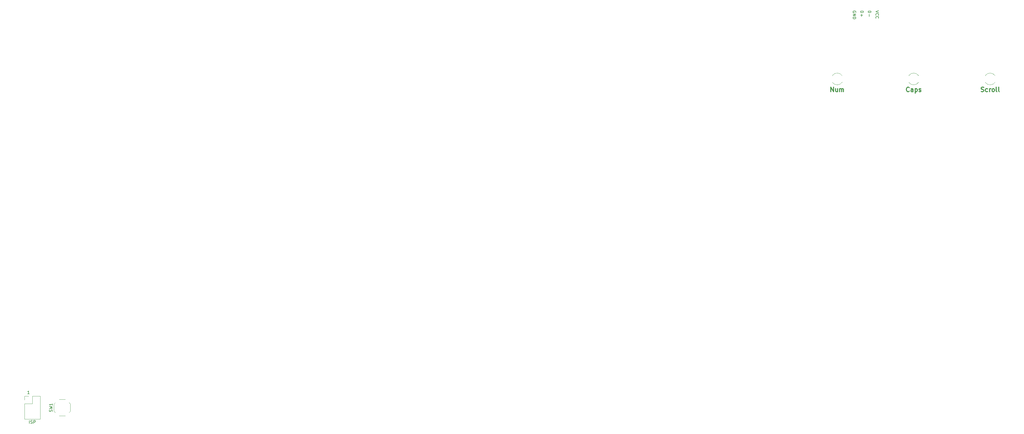
<source format=gbr>
G04 #@! TF.GenerationSoftware,KiCad,Pcbnew,5.1.6*
G04 #@! TF.CreationDate,2020-10-03T15:38:36+02:00*
G04 #@! TF.ProjectId,gh80-3003,67683830-2d33-4303-9033-2e6b69636164,rev?*
G04 #@! TF.SameCoordinates,Original*
G04 #@! TF.FileFunction,Legend,Top*
G04 #@! TF.FilePolarity,Positive*
%FSLAX46Y46*%
G04 Gerber Fmt 4.6, Leading zero omitted, Abs format (unit mm)*
G04 Created by KiCad (PCBNEW 5.1.6) date 2020-10-03 15:38:36*
%MOMM*%
%LPD*%
G01*
G04 APERTURE LIST*
%ADD10C,0.300000*%
%ADD11C,0.150000*%
%ADD12C,0.120000*%
%ADD13C,1.803800*%
%ADD14C,4.089800*%
%ADD15C,2.388000*%
%ADD16C,3.150000*%
%ADD17R,2.102000X3.102000*%
%ADD18O,4.102000X5.102000*%
%ADD19C,4.102000*%
%ADD20C,1.102000*%
%ADD21R,1.802000X1.802000*%
%ADD22O,1.802000X1.802000*%
%ADD23R,1.902000X1.902000*%
%ADD24C,1.902000*%
%ADD25R,1.102000X1.802000*%
%ADD26C,6.602000*%
%ADD27C,3.702000*%
%ADD28C,6.302000*%
%ADD29R,1.880000X1.880000*%
%ADD30C,1.880000*%
G04 APERTURE END LIST*
D10*
X398550336Y-17799791D02*
X398478907Y-17871219D01*
X398264621Y-17942648D01*
X398121764Y-17942648D01*
X397907478Y-17871219D01*
X397764621Y-17728362D01*
X397693193Y-17585505D01*
X397621764Y-17299791D01*
X397621764Y-17085505D01*
X397693193Y-16799791D01*
X397764621Y-16656934D01*
X397907478Y-16514077D01*
X398121764Y-16442648D01*
X398264621Y-16442648D01*
X398478907Y-16514077D01*
X398550336Y-16585505D01*
X399836050Y-17942648D02*
X399836050Y-17156934D01*
X399764621Y-17014077D01*
X399621764Y-16942648D01*
X399336050Y-16942648D01*
X399193193Y-17014077D01*
X399836050Y-17871219D02*
X399693193Y-17942648D01*
X399336050Y-17942648D01*
X399193193Y-17871219D01*
X399121764Y-17728362D01*
X399121764Y-17585505D01*
X399193193Y-17442648D01*
X399336050Y-17371219D01*
X399693193Y-17371219D01*
X399836050Y-17299791D01*
X400550336Y-16942648D02*
X400550336Y-18442648D01*
X400550336Y-17014077D02*
X400693193Y-16942648D01*
X400978907Y-16942648D01*
X401121764Y-17014077D01*
X401193193Y-17085505D01*
X401264621Y-17228362D01*
X401264621Y-17656934D01*
X401193193Y-17799791D01*
X401121764Y-17871219D01*
X400978907Y-17942648D01*
X400693193Y-17942648D01*
X400550336Y-17871219D01*
X401836050Y-17871219D02*
X401978907Y-17942648D01*
X402264621Y-17942648D01*
X402407478Y-17871219D01*
X402478907Y-17728362D01*
X402478907Y-17656934D01*
X402407478Y-17514077D01*
X402264621Y-17442648D01*
X402050336Y-17442648D01*
X401907478Y-17371219D01*
X401836050Y-17228362D01*
X401836050Y-17156934D01*
X401907478Y-17014077D01*
X402050336Y-16942648D01*
X402264621Y-16942648D01*
X402407478Y-17014077D01*
X372344734Y-17942648D02*
X372344734Y-16442648D01*
X373201877Y-17942648D01*
X373201877Y-16442648D01*
X374559019Y-16942648D02*
X374559019Y-17942648D01*
X373916162Y-16942648D02*
X373916162Y-17728362D01*
X373987591Y-17871219D01*
X374130448Y-17942648D01*
X374344734Y-17942648D01*
X374487591Y-17871219D01*
X374559019Y-17799791D01*
X375273305Y-17942648D02*
X375273305Y-16942648D01*
X375273305Y-17085505D02*
X375344734Y-17014077D01*
X375487591Y-16942648D01*
X375701877Y-16942648D01*
X375844734Y-17014077D01*
X375916162Y-17156934D01*
X375916162Y-17942648D01*
X375916162Y-17156934D02*
X375987591Y-17014077D01*
X376130448Y-16942648D01*
X376344734Y-16942648D01*
X376487591Y-17014077D01*
X376559019Y-17156934D01*
X376559019Y-17942648D01*
X422648795Y-17871219D02*
X422863080Y-17942648D01*
X423220223Y-17942648D01*
X423363080Y-17871219D01*
X423434509Y-17799791D01*
X423505937Y-17656934D01*
X423505937Y-17514077D01*
X423434509Y-17371219D01*
X423363080Y-17299791D01*
X423220223Y-17228362D01*
X422934509Y-17156934D01*
X422791652Y-17085505D01*
X422720223Y-17014077D01*
X422648795Y-16871219D01*
X422648795Y-16728362D01*
X422720223Y-16585505D01*
X422791652Y-16514077D01*
X422934509Y-16442648D01*
X423291652Y-16442648D01*
X423505937Y-16514077D01*
X424791652Y-17871219D02*
X424648795Y-17942648D01*
X424363080Y-17942648D01*
X424220223Y-17871219D01*
X424148795Y-17799791D01*
X424077366Y-17656934D01*
X424077366Y-17228362D01*
X424148795Y-17085505D01*
X424220223Y-17014077D01*
X424363080Y-16942648D01*
X424648795Y-16942648D01*
X424791652Y-17014077D01*
X425434509Y-17942648D02*
X425434509Y-16942648D01*
X425434509Y-17228362D02*
X425505937Y-17085505D01*
X425577366Y-17014077D01*
X425720223Y-16942648D01*
X425863080Y-16942648D01*
X426577366Y-17942648D02*
X426434509Y-17871219D01*
X426363080Y-17799791D01*
X426291652Y-17656934D01*
X426291652Y-17228362D01*
X426363080Y-17085505D01*
X426434509Y-17014077D01*
X426577366Y-16942648D01*
X426791652Y-16942648D01*
X426934509Y-17014077D01*
X427005937Y-17085505D01*
X427077366Y-17228362D01*
X427077366Y-17656934D01*
X427005937Y-17799791D01*
X426934509Y-17871219D01*
X426791652Y-17942648D01*
X426577366Y-17942648D01*
X427934509Y-17942648D02*
X427791652Y-17871219D01*
X427720223Y-17728362D01*
X427720223Y-16442648D01*
X428720223Y-17942648D02*
X428577366Y-17871219D01*
X428505937Y-17728362D01*
X428505937Y-16442648D01*
D11*
X380666885Y8546542D02*
X380714504Y8641780D01*
X380714504Y8784637D01*
X380666885Y8927494D01*
X380571646Y9022732D01*
X380476408Y9070351D01*
X380285932Y9117970D01*
X380143075Y9117970D01*
X379952599Y9070351D01*
X379857361Y9022732D01*
X379762123Y8927494D01*
X379714504Y8784637D01*
X379714504Y8689399D01*
X379762123Y8546542D01*
X379809742Y8498923D01*
X380143075Y8498923D01*
X380143075Y8689399D01*
X379714504Y8070351D02*
X380714504Y8070351D01*
X379714504Y7498923D01*
X380714504Y7498923D01*
X379714504Y7022732D02*
X380714504Y7022732D01*
X380714504Y6784637D01*
X380666885Y6641780D01*
X380571646Y6546542D01*
X380476408Y6498923D01*
X380285932Y6451304D01*
X380143075Y6451304D01*
X379952599Y6498923D01*
X379857361Y6546542D01*
X379762123Y6641780D01*
X379714504Y6784637D01*
X379714504Y7022732D01*
X384794504Y9070351D02*
X385794504Y9070351D01*
X385794504Y8832256D01*
X385746885Y8689399D01*
X385651646Y8594161D01*
X385556408Y8546542D01*
X385365932Y8498923D01*
X385223075Y8498923D01*
X385032599Y8546542D01*
X384937361Y8594161D01*
X384842123Y8689399D01*
X384794504Y8832256D01*
X384794504Y9070351D01*
X385175456Y8070351D02*
X385175456Y7308447D01*
X388334504Y9213208D02*
X387334504Y8879875D01*
X388334504Y8546542D01*
X387429742Y7641780D02*
X387382123Y7689399D01*
X387334504Y7832256D01*
X387334504Y7927494D01*
X387382123Y8070351D01*
X387477361Y8165589D01*
X387572599Y8213208D01*
X387763075Y8260827D01*
X387905932Y8260827D01*
X388096408Y8213208D01*
X388191646Y8165589D01*
X388286885Y8070351D01*
X388334504Y7927494D01*
X388334504Y7832256D01*
X388286885Y7689399D01*
X388239265Y7641780D01*
X387429742Y6641780D02*
X387382123Y6689399D01*
X387334504Y6832256D01*
X387334504Y6927494D01*
X387382123Y7070351D01*
X387477361Y7165589D01*
X387572599Y7213208D01*
X387763075Y7260827D01*
X387905932Y7260827D01*
X388096408Y7213208D01*
X388191646Y7165589D01*
X388286885Y7070351D01*
X388334504Y6927494D01*
X388334504Y6832256D01*
X388286885Y6689399D01*
X388239265Y6641780D01*
X382254504Y9070351D02*
X383254504Y9070351D01*
X383254504Y8832256D01*
X383206885Y8689399D01*
X383111646Y8594161D01*
X383016408Y8546542D01*
X382825932Y8498923D01*
X382683075Y8498923D01*
X382492599Y8546542D01*
X382397361Y8594161D01*
X382302123Y8689399D01*
X382254504Y8832256D01*
X382254504Y9070351D01*
X382635456Y8070351D02*
X382635456Y7308447D01*
X382254504Y7689399D02*
X383016408Y7689399D01*
D12*
X102400000Y-119955000D02*
X103730000Y-119955000D01*
X102400000Y-121285000D02*
X102400000Y-119955000D01*
X105000000Y-119955000D02*
X107600000Y-119955000D01*
X105000000Y-122555000D02*
X105000000Y-119955000D01*
X102400000Y-122555000D02*
X105000000Y-122555000D01*
X107600000Y-119955000D02*
X107600000Y-127695000D01*
X102400000Y-122555000D02*
X102400000Y-127695000D01*
X102400000Y-127695000D02*
X107600000Y-127695000D01*
X372891877Y-14772199D02*
X372891877Y-14928199D01*
X372891877Y-12456199D02*
X372891877Y-12612199D01*
X376124212Y-12613591D02*
G75*
G03*
X372891877Y-12456683I-1672335J-1078608D01*
G01*
X376124212Y-14770807D02*
G75*
G02*
X372891877Y-14927715I-1672335J1078608D01*
G01*
X398490336Y-14772199D02*
X398490336Y-14928199D01*
X398490336Y-12456199D02*
X398490336Y-12612199D01*
X401722671Y-12613591D02*
G75*
G03*
X398490336Y-12456683I-1672335J-1078608D01*
G01*
X401722671Y-14770807D02*
G75*
G02*
X398490336Y-14927715I-1672335J1078608D01*
G01*
X424088795Y-12456199D02*
X424088795Y-12612199D01*
X424088795Y-14772199D02*
X424088795Y-14928199D01*
X427321130Y-14770807D02*
G75*
G02*
X424088795Y-14927715I-1672335J1078608D01*
G01*
X427321130Y-12613591D02*
G75*
G03*
X424088795Y-12456683I-1672335J-1078608D01*
G01*
X112250000Y-125075000D02*
X112250000Y-122575000D01*
X114000000Y-126575000D02*
X116000000Y-126575000D01*
X117750000Y-125075000D02*
X117750000Y-122575000D01*
X114000000Y-121075000D02*
X116000000Y-121075000D01*
X112700000Y-125525000D02*
X112250000Y-125075000D01*
X112700000Y-122125000D02*
X112250000Y-122575000D01*
X117300000Y-122125000D02*
X117750000Y-122575000D01*
X117300000Y-125525000D02*
X117750000Y-125075000D01*
D11*
X104023809Y-129147380D02*
X104023809Y-128147380D01*
X104452380Y-129099761D02*
X104595238Y-129147380D01*
X104833333Y-129147380D01*
X104928571Y-129099761D01*
X104976190Y-129052142D01*
X105023809Y-128956904D01*
X105023809Y-128861666D01*
X104976190Y-128766428D01*
X104928571Y-128718809D01*
X104833333Y-128671190D01*
X104642857Y-128623571D01*
X104547619Y-128575952D01*
X104500000Y-128528333D01*
X104452380Y-128433095D01*
X104452380Y-128337857D01*
X104500000Y-128242619D01*
X104547619Y-128195000D01*
X104642857Y-128147380D01*
X104880952Y-128147380D01*
X105023809Y-128195000D01*
X105452380Y-129147380D02*
X105452380Y-128147380D01*
X105833333Y-128147380D01*
X105928571Y-128195000D01*
X105976190Y-128242619D01*
X106023809Y-128337857D01*
X106023809Y-128480714D01*
X105976190Y-128575952D01*
X105928571Y-128623571D01*
X105833333Y-128671190D01*
X105452380Y-128671190D01*
X104015714Y-119197380D02*
X103444285Y-119197380D01*
X103730000Y-119197380D02*
X103730000Y-118197380D01*
X103634761Y-118340238D01*
X103539523Y-118435476D01*
X103444285Y-118483095D01*
X111654761Y-125158333D02*
X111702380Y-125015476D01*
X111702380Y-124777380D01*
X111654761Y-124682142D01*
X111607142Y-124634523D01*
X111511904Y-124586904D01*
X111416666Y-124586904D01*
X111321428Y-124634523D01*
X111273809Y-124682142D01*
X111226190Y-124777380D01*
X111178571Y-124967857D01*
X111130952Y-125063095D01*
X111083333Y-125110714D01*
X110988095Y-125158333D01*
X110892857Y-125158333D01*
X110797619Y-125110714D01*
X110750000Y-125063095D01*
X110702380Y-124967857D01*
X110702380Y-124729761D01*
X110750000Y-124586904D01*
X110702380Y-124253571D02*
X111702380Y-124015476D01*
X110988095Y-123825000D01*
X111702380Y-123634523D01*
X110702380Y-123396428D01*
X111702380Y-122491666D02*
X111702380Y-123063095D01*
X111702380Y-122777380D02*
X110702380Y-122777380D01*
X110845238Y-122872619D01*
X110940476Y-122967857D01*
X110988095Y-123063095D01*
%LPC*%
D13*
X309881280Y-9525000D03*
X299721280Y-9525000D03*
D14*
X304801280Y-9525000D03*
D15*
X300991280Y-6985000D03*
X307341280Y-4445000D03*
D13*
X243205000Y-9525000D03*
X233045000Y-9525000D03*
D14*
X238125000Y-9525000D03*
D15*
X234315000Y-6985000D03*
X240665000Y-4445000D03*
D13*
X433706800Y-9525040D03*
X423546800Y-9525040D03*
D14*
X428626800Y-9525040D03*
D15*
X424816800Y-6985040D03*
X431166800Y-4445040D03*
D13*
X395605000Y-47625000D03*
X385445000Y-47625000D03*
D14*
X390525000Y-47625000D03*
D15*
X386715000Y-45085000D03*
X393065000Y-42545000D03*
D13*
X224155920Y-47625200D03*
X213995920Y-47625200D03*
D14*
X219075920Y-47625200D03*
D15*
X215265920Y-45085200D03*
X221615920Y-42545200D03*
D13*
X62230000Y-66675000D03*
X52070000Y-66675000D03*
D14*
X57150000Y-66675000D03*
D15*
X53340000Y-64135000D03*
X59690000Y-61595000D03*
D13*
X309880000Y-66675000D03*
X299720000Y-66675000D03*
D14*
X304800000Y-66675000D03*
D15*
X300990000Y-64135000D03*
X307340000Y-61595000D03*
D13*
X414655000Y-66675000D03*
X404495000Y-66675000D03*
D14*
X409575000Y-66675000D03*
D15*
X405765000Y-64135000D03*
X412115000Y-61595000D03*
D13*
X21748750Y-85725000D03*
X11588750Y-85725000D03*
D14*
X16668750Y-85725000D03*
D15*
X12858750Y-83185000D03*
X19208750Y-80645000D03*
D13*
X328930000Y-104775000D03*
X318770000Y-104775000D03*
D14*
X323850000Y-104775000D03*
D15*
X320040000Y-102235000D03*
X326390000Y-99695000D03*
D13*
X209867500Y-104775000D03*
X199707500Y-104775000D03*
D14*
X204787500Y-104775000D03*
D15*
X200977500Y-102235000D03*
X207327500Y-99695000D03*
D14*
X265588750Y-64211201D03*
X265588750Y-88087201D03*
D16*
X280828750Y-64211201D03*
X280828750Y-88087201D03*
D13*
X278923750Y-76149201D03*
X268763750Y-76149201D03*
D14*
X273843750Y-76149201D03*
D15*
X270033750Y-73609201D03*
X276383750Y-71069201D03*
D13*
X157480000Y-9525000D03*
X147320000Y-9525000D03*
D14*
X152400000Y-9525000D03*
D15*
X148590000Y-6985000D03*
X154940000Y-4445000D03*
D13*
X14605008Y-9525008D03*
X4445008Y-9525008D03*
D14*
X9525008Y-9525008D03*
D15*
X5715008Y-6985008D03*
X12065008Y-4445008D03*
D13*
X52705200Y-9525000D03*
X42545200Y-9525000D03*
D14*
X47625200Y-9525000D03*
D15*
X43815200Y-6985000D03*
X50165200Y-4445000D03*
D13*
X71755000Y-9525000D03*
X61595000Y-9525000D03*
D14*
X66675000Y-9525000D03*
D15*
X62865000Y-6985000D03*
X69215000Y-4445000D03*
D13*
X90805360Y-9525000D03*
X80645360Y-9525000D03*
D14*
X85725360Y-9525000D03*
D15*
X81915360Y-6985000D03*
X88265360Y-4445000D03*
D13*
X109855440Y-9525000D03*
X99695440Y-9525000D03*
D14*
X104775440Y-9525000D03*
D15*
X100965440Y-6985000D03*
X107315440Y-4445000D03*
D13*
X138430000Y-9525000D03*
X128270000Y-9525000D03*
D14*
X133350000Y-9525000D03*
D15*
X129540000Y-6985000D03*
X135890000Y-4445000D03*
D13*
X176530000Y-9525000D03*
X166370000Y-9525000D03*
D14*
X171450000Y-9525000D03*
D15*
X167640000Y-6985000D03*
X173990000Y-4445000D03*
D13*
X195580000Y-9525000D03*
X185420000Y-9525000D03*
D14*
X190500000Y-9525000D03*
D15*
X186690000Y-6985000D03*
X193040000Y-4445000D03*
D13*
X224155000Y-9525000D03*
X213995000Y-9525000D03*
D14*
X219075000Y-9525000D03*
D15*
X215265000Y-6985000D03*
X221615000Y-4445000D03*
D13*
X262255000Y-9525000D03*
X252095000Y-9525000D03*
D14*
X257175000Y-9525000D03*
D15*
X253365000Y-6985000D03*
X259715000Y-4445000D03*
D13*
X281305000Y-9525000D03*
X271145000Y-9525000D03*
D14*
X276225000Y-9525000D03*
D15*
X272415000Y-6985000D03*
X278765000Y-4445000D03*
D13*
X328931360Y-9525040D03*
X318771360Y-9525040D03*
D14*
X323851360Y-9525040D03*
D15*
X320041360Y-6985040D03*
X326391360Y-4445040D03*
D13*
X347980000Y-9525000D03*
X337820000Y-9525000D03*
D14*
X342900000Y-9525000D03*
D15*
X339090000Y-6985000D03*
X345440000Y-4445000D03*
D13*
X14605040Y-47625000D03*
X4445040Y-47625000D03*
D14*
X9525040Y-47625000D03*
D15*
X5715040Y-45085000D03*
X12065040Y-42545000D03*
D13*
X33655000Y-47625000D03*
X23495000Y-47625000D03*
D14*
X28575000Y-47625000D03*
D15*
X24765000Y-45085000D03*
X31115000Y-42545000D03*
D13*
X52705200Y-47625200D03*
X42545200Y-47625200D03*
D14*
X47625200Y-47625200D03*
D15*
X43815200Y-45085200D03*
X50165200Y-42545200D03*
D13*
X71755280Y-47625200D03*
X61595280Y-47625200D03*
D14*
X66675280Y-47625200D03*
D15*
X62865280Y-45085200D03*
X69215280Y-42545200D03*
D13*
X90805360Y-47625200D03*
X80645360Y-47625200D03*
D14*
X85725360Y-47625200D03*
D15*
X81915360Y-45085200D03*
X88265360Y-42545200D03*
D13*
X109855440Y-47625200D03*
X99695440Y-47625200D03*
D14*
X104775440Y-47625200D03*
D15*
X100965440Y-45085200D03*
X107315440Y-42545200D03*
D13*
X128905520Y-47625200D03*
X118745520Y-47625200D03*
D14*
X123825520Y-47625200D03*
D15*
X120015520Y-45085200D03*
X126365520Y-42545200D03*
D13*
X147955000Y-47625000D03*
X137795000Y-47625000D03*
D14*
X142875000Y-47625000D03*
D15*
X139065000Y-45085000D03*
X145415000Y-42545000D03*
D13*
X167005680Y-47625200D03*
X156845680Y-47625200D03*
D14*
X161925680Y-47625200D03*
D15*
X158115680Y-45085200D03*
X164465680Y-42545200D03*
D13*
X186055000Y-47625200D03*
X175895000Y-47625200D03*
D14*
X180975000Y-47625200D03*
D15*
X177165000Y-45085200D03*
X183515000Y-42545200D03*
D13*
X205105840Y-47625200D03*
X194945840Y-47625200D03*
D14*
X200025840Y-47625200D03*
D15*
X196215840Y-45085200D03*
X202565840Y-42545200D03*
D13*
X243206000Y-47625000D03*
X233046000Y-47625000D03*
D14*
X238126000Y-47625000D03*
D15*
X234316000Y-45085000D03*
X240666000Y-42545000D03*
D13*
X262256080Y-47625200D03*
X252096080Y-47625200D03*
D14*
X257176080Y-47625200D03*
D15*
X253366080Y-45085200D03*
X259716080Y-42545200D03*
D14*
X278638000Y-55880000D03*
X254762000Y-55880000D03*
D16*
X278638000Y-40640000D03*
X254762000Y-40640000D03*
D13*
X271780000Y-47625000D03*
X261620000Y-47625000D03*
D14*
X266700000Y-47625000D03*
D15*
X262890000Y-45085000D03*
X269240000Y-42545000D03*
D13*
X309880000Y-47625000D03*
X299720000Y-47625000D03*
D14*
X304800000Y-47625000D03*
D15*
X300990000Y-45085000D03*
X307340000Y-42545000D03*
D13*
X328930000Y-47625000D03*
X318770000Y-47625000D03*
D14*
X323850000Y-47625000D03*
D15*
X320040000Y-45085000D03*
X326390000Y-42545000D03*
D13*
X347980000Y-47625000D03*
X337820000Y-47625000D03*
D14*
X342900000Y-47625000D03*
D15*
X339090000Y-45085000D03*
X345440000Y-42545000D03*
D13*
X376555000Y-47625000D03*
X366395000Y-47625000D03*
D14*
X371475000Y-47625000D03*
D15*
X367665000Y-45085000D03*
X374015000Y-42545000D03*
D13*
X414655000Y-47625000D03*
X404495000Y-47625000D03*
D14*
X409575000Y-47625000D03*
D15*
X405765000Y-45085000D03*
X412115000Y-42545000D03*
D13*
X433705000Y-47625000D03*
X423545000Y-47625000D03*
D14*
X428625000Y-47625000D03*
D15*
X424815000Y-45085000D03*
X431165000Y-42545000D03*
D13*
X19367500Y-66675000D03*
X9207500Y-66675000D03*
D14*
X14287500Y-66675000D03*
D15*
X10477500Y-64135000D03*
X16827500Y-61595000D03*
D13*
X43180000Y-66675000D03*
X33020000Y-66675000D03*
D14*
X38100000Y-66675000D03*
D15*
X34290000Y-64135000D03*
X40640000Y-61595000D03*
D13*
X81280000Y-66675000D03*
X71120000Y-66675000D03*
D14*
X76200000Y-66675000D03*
D15*
X72390000Y-64135000D03*
X78740000Y-61595000D03*
D13*
X100330000Y-66675000D03*
X90170000Y-66675000D03*
D14*
X95250000Y-66675000D03*
D15*
X91440000Y-64135000D03*
X97790000Y-61595000D03*
D13*
X119380000Y-66675000D03*
X109220000Y-66675000D03*
D14*
X114300000Y-66675000D03*
D15*
X110490000Y-64135000D03*
X116840000Y-61595000D03*
D13*
X138430000Y-66675000D03*
X128270000Y-66675000D03*
D14*
X133350000Y-66675000D03*
D15*
X129540000Y-64135000D03*
X135890000Y-61595000D03*
D13*
X157480000Y-66675000D03*
X147320000Y-66675000D03*
D14*
X152400000Y-66675000D03*
D15*
X148590000Y-64135000D03*
X154940000Y-61595000D03*
D13*
X176530000Y-66675000D03*
X166370000Y-66675000D03*
D14*
X171450000Y-66675000D03*
D15*
X167640000Y-64135000D03*
X173990000Y-61595000D03*
D13*
X195580000Y-66675000D03*
X185420000Y-66675000D03*
D14*
X190500000Y-66675000D03*
D15*
X186690000Y-64135000D03*
X193040000Y-61595000D03*
D13*
X214630000Y-66675000D03*
X204470000Y-66675000D03*
D14*
X209550000Y-66675000D03*
D15*
X205740000Y-64135000D03*
X212090000Y-61595000D03*
D13*
X233680000Y-66675000D03*
X223520000Y-66675000D03*
D14*
X228600000Y-66675000D03*
D15*
X224790000Y-64135000D03*
X231140000Y-61595000D03*
D13*
X252730000Y-66675000D03*
X242570000Y-66675000D03*
D14*
X247650000Y-66675000D03*
D15*
X243840000Y-64135000D03*
X250190000Y-61595000D03*
D13*
X276542500Y-66675000D03*
X266382500Y-66675000D03*
D14*
X271462500Y-66675000D03*
D15*
X267652500Y-64135000D03*
X274002500Y-61595000D03*
D13*
X328930000Y-66675000D03*
X318770000Y-66675000D03*
D14*
X323850000Y-66675000D03*
D15*
X320040000Y-64135000D03*
X326390000Y-61595000D03*
D13*
X347980000Y-66675000D03*
X337820000Y-66675000D03*
D14*
X342900000Y-66675000D03*
D15*
X339090000Y-64135000D03*
X345440000Y-61595000D03*
D13*
X376555000Y-66675000D03*
X366395000Y-66675000D03*
D14*
X371475000Y-66675000D03*
D15*
X367665000Y-64135000D03*
X374015000Y-61595000D03*
D13*
X395605000Y-66675000D03*
X385445000Y-66675000D03*
D14*
X390525000Y-66675000D03*
D15*
X386715000Y-64135000D03*
X393065000Y-61595000D03*
D13*
X433705000Y-66675000D03*
X423545000Y-66675000D03*
D14*
X428625000Y-66675000D03*
D15*
X424815000Y-64135000D03*
X431165000Y-61595000D03*
D13*
X47942500Y-85725000D03*
X37782500Y-85725000D03*
D14*
X42862500Y-85725000D03*
D15*
X39052500Y-83185000D03*
X45402500Y-80645000D03*
D13*
X66992500Y-85725000D03*
X56832500Y-85725000D03*
D14*
X61912500Y-85725000D03*
D15*
X58102500Y-83185000D03*
X64452500Y-80645000D03*
D13*
X86042500Y-85725000D03*
X75882500Y-85725000D03*
D14*
X80962500Y-85725000D03*
D15*
X77152500Y-83185000D03*
X83502500Y-80645000D03*
D13*
X105092500Y-85725000D03*
X94932500Y-85725000D03*
D14*
X100012500Y-85725000D03*
D15*
X96202500Y-83185000D03*
X102552500Y-80645000D03*
D13*
X124142500Y-85725000D03*
X113982500Y-85725000D03*
D14*
X119062500Y-85725000D03*
D15*
X115252500Y-83185000D03*
X121602500Y-80645000D03*
D13*
X143192500Y-85725000D03*
X133032500Y-85725000D03*
D14*
X138112500Y-85725000D03*
D15*
X134302500Y-83185000D03*
X140652500Y-80645000D03*
D13*
X162242500Y-85725000D03*
X152082500Y-85725000D03*
D14*
X157162500Y-85725000D03*
D15*
X153352500Y-83185000D03*
X159702500Y-80645000D03*
D13*
X181292500Y-85725000D03*
X171132500Y-85725000D03*
D14*
X176212500Y-85725000D03*
D15*
X172402500Y-83185000D03*
X178752500Y-80645000D03*
D13*
X200342500Y-85725000D03*
X190182500Y-85725000D03*
D14*
X195262500Y-85725000D03*
D15*
X191452500Y-83185000D03*
X197802500Y-80645000D03*
D13*
X219392500Y-85725000D03*
X209232500Y-85725000D03*
D14*
X214312500Y-85725000D03*
D15*
X210502500Y-83185000D03*
X216852500Y-80645000D03*
D13*
X238442500Y-85725000D03*
X228282500Y-85725000D03*
D14*
X233362500Y-85725000D03*
D15*
X229552500Y-83185000D03*
X235902500Y-80645000D03*
D14*
X276256750Y-93980000D03*
X252380750Y-93980000D03*
D16*
X276256750Y-78740000D03*
X252380750Y-78740000D03*
D13*
X269398750Y-85725000D03*
X259238750Y-85725000D03*
D14*
X264318750Y-85725000D03*
D15*
X260508750Y-83185000D03*
X266858750Y-80645000D03*
D13*
X376555000Y-85725000D03*
X366395000Y-85725000D03*
D14*
X371475000Y-85725000D03*
D15*
X367665000Y-83185000D03*
X374015000Y-80645000D03*
D13*
X395605000Y-85725000D03*
X385445000Y-85725000D03*
D14*
X390525000Y-85725000D03*
D15*
X386715000Y-83185000D03*
X393065000Y-80645000D03*
D13*
X414655000Y-85725000D03*
X404495000Y-85725000D03*
D14*
X409575000Y-85725000D03*
D15*
X405765000Y-83185000D03*
X412115000Y-80645000D03*
D14*
X436880000Y-64262000D03*
X436880000Y-88138000D03*
D16*
X421640000Y-64262000D03*
X421640000Y-88138000D03*
D13*
X433705000Y-76200000D03*
X423545000Y-76200000D03*
D14*
X428625000Y-76200000D03*
D15*
X424815000Y-73660000D03*
X431165000Y-71120000D03*
D14*
X33369250Y-113030000D03*
X9493250Y-113030000D03*
D16*
X33369250Y-97790000D03*
X9493250Y-97790000D03*
D13*
X26511250Y-104775000D03*
X16351250Y-104775000D03*
D14*
X21431250Y-104775000D03*
D15*
X17621250Y-102235000D03*
X23971250Y-99695000D03*
D13*
X38417500Y-104775000D03*
X28257500Y-104775000D03*
D14*
X33337500Y-104775000D03*
D15*
X29527500Y-102235000D03*
X35877500Y-99695000D03*
D13*
X57467500Y-104775000D03*
X47307500Y-104775000D03*
D14*
X52387500Y-104775000D03*
D15*
X48577500Y-102235000D03*
X54927500Y-99695000D03*
D13*
X76517500Y-104775000D03*
X66357500Y-104775000D03*
D14*
X71437500Y-104775000D03*
D15*
X67627500Y-102235000D03*
X73977500Y-99695000D03*
D13*
X95567500Y-104775000D03*
X85407500Y-104775000D03*
D14*
X90487500Y-104775000D03*
D15*
X86677500Y-102235000D03*
X93027500Y-99695000D03*
D13*
X114617500Y-104775000D03*
X104457500Y-104775000D03*
D14*
X109537500Y-104775000D03*
D15*
X105727500Y-102235000D03*
X112077500Y-99695000D03*
D13*
X133667500Y-104775000D03*
X123507500Y-104775000D03*
D14*
X128587500Y-104775000D03*
D15*
X124777500Y-102235000D03*
X131127500Y-99695000D03*
D13*
X152717500Y-104775000D03*
X142557500Y-104775000D03*
D14*
X147637500Y-104775000D03*
D15*
X143827500Y-102235000D03*
X150177500Y-99695000D03*
D13*
X171767500Y-104775000D03*
X161607500Y-104775000D03*
D14*
X166687500Y-104775000D03*
D15*
X162877500Y-102235000D03*
X169227500Y-99695000D03*
D13*
X190817500Y-104775000D03*
X180657500Y-104775000D03*
D14*
X185737500Y-104775000D03*
D15*
X181927500Y-102235000D03*
X188277500Y-99695000D03*
D13*
X228917500Y-104775000D03*
X218757500Y-104775000D03*
D14*
X223837500Y-104775000D03*
D15*
X220027500Y-102235000D03*
X226377500Y-99695000D03*
D14*
X271494250Y-113030000D03*
X247618250Y-113030000D03*
D16*
X271494250Y-97790000D03*
X247618250Y-97790000D03*
D13*
X264636250Y-104775000D03*
X254476250Y-104775000D03*
D14*
X259556250Y-104775000D03*
D15*
X255746250Y-102235000D03*
X262096250Y-99695000D03*
D13*
X281305000Y-104775000D03*
X271145000Y-104775000D03*
D14*
X276225000Y-104775000D03*
D15*
X272415000Y-102235000D03*
X278765000Y-99695000D03*
D13*
X376555000Y-104775000D03*
X366395000Y-104775000D03*
D14*
X371475000Y-104775000D03*
D15*
X367665000Y-102235000D03*
X374015000Y-99695000D03*
D13*
X395605000Y-104775000D03*
X385445000Y-104775000D03*
D14*
X390525000Y-104775000D03*
D15*
X386715000Y-102235000D03*
X393065000Y-99695000D03*
D13*
X414655000Y-104775000D03*
X404495000Y-104775000D03*
D14*
X409575000Y-104775000D03*
D15*
X405765000Y-102235000D03*
X412115000Y-99695000D03*
D13*
X433705000Y-104775000D03*
X423545000Y-104775000D03*
D14*
X428625000Y-104775000D03*
D15*
X424815000Y-102235000D03*
X431165000Y-99695000D03*
D13*
X43180000Y-123825000D03*
X33020000Y-123825000D03*
D14*
X38100000Y-123825000D03*
D15*
X34290000Y-121285000D03*
X40640000Y-118745000D03*
D13*
X252730000Y-123825000D03*
X242570000Y-123825000D03*
D14*
X247650000Y-123825000D03*
D15*
X243840000Y-121285000D03*
X250190000Y-118745000D03*
D13*
X309880000Y-123825000D03*
X299720000Y-123825000D03*
D14*
X304800000Y-123825000D03*
D15*
X300990000Y-121285000D03*
X307340000Y-118745000D03*
D13*
X328930000Y-123825000D03*
X318770000Y-123825000D03*
D14*
X323850000Y-123825000D03*
D15*
X320040000Y-121285000D03*
X326390000Y-118745000D03*
D13*
X347980000Y-123825000D03*
X337820000Y-123825000D03*
D14*
X342900000Y-123825000D03*
D15*
X339090000Y-121285000D03*
X345440000Y-118745000D03*
D13*
X395605000Y-123825000D03*
X385445000Y-123825000D03*
D14*
X390525000Y-123825000D03*
D15*
X386715000Y-121285000D03*
X393065000Y-118745000D03*
D13*
X414655000Y-123825000D03*
X404495000Y-123825000D03*
D14*
X409575000Y-123825000D03*
D15*
X405765000Y-121285000D03*
X412115000Y-118745000D03*
D14*
X436880000Y-102362000D03*
X436880000Y-126238000D03*
D16*
X421640000Y-102362000D03*
X421640000Y-126238000D03*
D13*
X433705000Y-114300000D03*
X423545000Y-114300000D03*
D14*
X428625000Y-114300000D03*
D15*
X424815000Y-111760000D03*
X431165000Y-109220000D03*
D13*
X376555000Y-9525000D03*
X366395000Y-9525000D03*
D14*
X371475000Y-9525000D03*
D15*
X367665000Y-6985000D03*
X374015000Y-4445000D03*
D13*
X395606640Y-9525040D03*
X385446640Y-9525040D03*
D14*
X390526640Y-9525040D03*
D15*
X386716640Y-6985040D03*
X393066640Y-4445040D03*
D13*
X414656720Y-9525000D03*
X404496720Y-9525000D03*
D14*
X409576720Y-9525000D03*
D15*
X405766720Y-6985000D03*
X412116720Y-4445000D03*
D13*
X281305000Y-47625000D03*
X271145000Y-47625000D03*
D14*
X276225000Y-47625000D03*
D15*
X272415000Y-45085000D03*
X278765000Y-42545000D03*
D13*
X16986250Y-85725000D03*
X6826250Y-85725000D03*
D14*
X11906250Y-85725000D03*
D15*
X8096250Y-83185000D03*
X14446250Y-80645000D03*
D13*
X257492500Y-85725000D03*
X247332500Y-85725000D03*
D14*
X252412500Y-85725000D03*
D15*
X248602500Y-83185000D03*
X254952500Y-80645000D03*
D13*
X433705000Y-85725000D03*
X423545000Y-85725000D03*
D14*
X428625000Y-85725000D03*
D15*
X424815000Y-83185000D03*
X431165000Y-80645000D03*
D13*
X16986250Y-104775000D03*
X6826250Y-104775000D03*
D14*
X11906250Y-104775000D03*
D15*
X8096250Y-102235000D03*
X14446250Y-99695000D03*
D13*
X255111250Y-104775000D03*
X244951250Y-104775000D03*
D14*
X250031250Y-104775000D03*
D15*
X246221250Y-102235000D03*
X252571250Y-99695000D03*
D13*
X19367500Y-123825000D03*
X9207500Y-123825000D03*
D14*
X14287500Y-123825000D03*
D15*
X10477500Y-121285000D03*
X16827500Y-118745000D03*
D13*
X66992500Y-123825000D03*
X56832500Y-123825000D03*
D14*
X61912500Y-123825000D03*
D15*
X58102500Y-121285000D03*
X64452500Y-118745000D03*
D14*
X200056750Y-132080000D03*
X85693250Y-132080000D03*
D16*
X200056750Y-116840000D03*
X85693250Y-116840000D03*
D13*
X147955000Y-123825000D03*
X137795000Y-123825000D03*
D14*
X142875000Y-123825000D03*
D15*
X139065000Y-121285000D03*
X145415000Y-118745000D03*
D13*
X228917500Y-123825000D03*
X218757500Y-123825000D03*
D14*
X223837500Y-123825000D03*
D15*
X220027500Y-121285000D03*
X226377500Y-118745000D03*
D13*
X276542500Y-123825000D03*
X266382500Y-123825000D03*
D14*
X271462500Y-123825000D03*
D15*
X267652500Y-121285000D03*
X274002500Y-118745000D03*
D13*
X207486250Y-123825000D03*
X197326250Y-123825000D03*
D14*
X202406250Y-123825000D03*
D15*
X198596250Y-121285000D03*
X204946250Y-118745000D03*
D14*
X181006750Y-132080000D03*
X80930750Y-132080000D03*
D16*
X181006750Y-116840000D03*
X80930750Y-116840000D03*
D13*
X136048750Y-123825000D03*
X125888750Y-123825000D03*
D14*
X130968750Y-123825000D03*
D15*
X127158750Y-121285000D03*
X133508750Y-118745000D03*
D13*
X231298750Y-123825000D03*
X221138750Y-123825000D03*
D14*
X226218750Y-123825000D03*
D15*
X222408750Y-121285000D03*
X228758750Y-118745000D03*
D13*
X255111250Y-123825000D03*
X244951250Y-123825000D03*
D14*
X250031250Y-123825000D03*
D15*
X246221250Y-121285000D03*
X252571250Y-118745000D03*
D13*
X278923750Y-123825000D03*
X268763750Y-123825000D03*
D14*
X273843750Y-123825000D03*
D15*
X270033750Y-121285000D03*
X276383750Y-118745000D03*
D13*
X433705000Y-123825000D03*
X423545000Y-123825000D03*
D14*
X428625000Y-123825000D03*
D15*
X424815000Y-121285000D03*
X431165000Y-118745000D03*
D13*
X16986260Y-123825104D03*
X6826260Y-123825104D03*
D14*
X11906260Y-123825104D03*
D15*
X8096260Y-121285104D03*
X14446260Y-118745104D03*
D13*
X40798750Y-123825000D03*
X30638750Y-123825000D03*
D14*
X35718750Y-123825000D03*
D15*
X31908750Y-121285000D03*
X38258750Y-118745000D03*
D13*
X64611250Y-123825000D03*
X54451250Y-123825000D03*
D14*
X59531250Y-123825000D03*
D15*
X55721250Y-121285000D03*
X62071250Y-118745000D03*
D14*
X392938000Y-132080000D03*
X369062000Y-132080000D03*
D16*
X392938000Y-116840000D03*
X369062000Y-116840000D03*
D13*
X386080000Y-123825000D03*
X375920000Y-123825000D03*
D14*
X381000000Y-123825000D03*
D15*
X377190000Y-121285000D03*
X383540000Y-118745000D03*
D13*
X376555000Y-123825000D03*
X366395000Y-123825000D03*
D14*
X371475000Y-123825000D03*
D15*
X367665000Y-121285000D03*
X374015000Y-118745000D03*
D17*
X380166885Y11310947D03*
X382706885Y11310947D03*
X385246885Y11310947D03*
X387786885Y11310947D03*
D18*
X395287832Y10120321D03*
D19*
X2381252Y-123825104D03*
D20*
X358378426Y11129695D03*
X358378426Y6729695D03*
X302419004Y11129695D03*
X302419004Y6729695D03*
D21*
X103730000Y-121285000D03*
D22*
X106270000Y-121285000D03*
X103730000Y-123825000D03*
X106270000Y-123825000D03*
X103730000Y-126365000D03*
X106270000Y-126365000D03*
D23*
X373181877Y-13692199D03*
D24*
X375721877Y-13692199D03*
D23*
X398780336Y-13692199D03*
D24*
X401320336Y-13692199D03*
X426918795Y-13692199D03*
D23*
X424378795Y-13692199D03*
D25*
X113100000Y-126975000D03*
X113100000Y-120675000D03*
X116900000Y-126975000D03*
X116900000Y-120675000D03*
D26*
X49410979Y-28575024D03*
D27*
X34528154Y-28575024D03*
X144065746Y-28575024D03*
X290512744Y-28575024D03*
D28*
X389334702Y-28575024D03*
D27*
X404217527Y-28575024D03*
D19*
X358973739Y-95250080D03*
X79176629Y-95250080D03*
D29*
X372745312Y-52705040D03*
D30*
X370205312Y-52705040D03*
X15398764Y-90805072D03*
D29*
X17938764Y-90805072D03*
X13176260Y-90805072D03*
D30*
X10636260Y-90805072D03*
X322581360Y-14605040D03*
D29*
X325121360Y-14605040D03*
D20*
X202587672Y8929695D03*
X206987672Y8929695D03*
M02*

</source>
